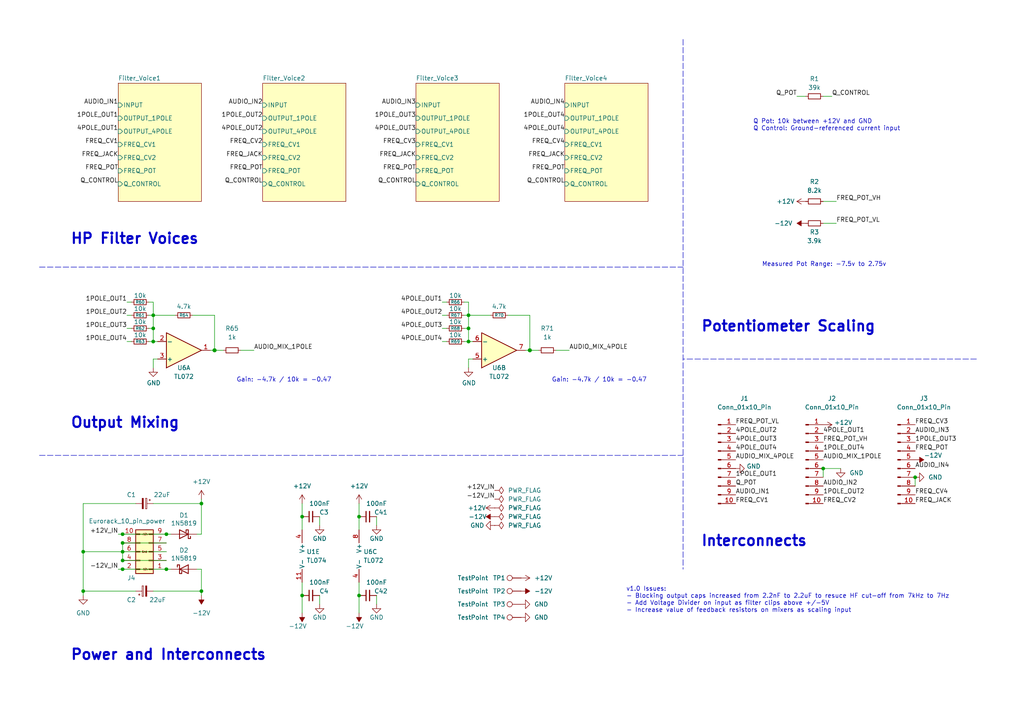
<source format=kicad_sch>
(kicad_sch (version 20230121) (generator eeschema)
  (paper "A4")
  (title_block (title "Hypersoniq") (date "2023-08-12") (rev "1.0") (company "Mountjoy Modular"))
  (lib_symbols
    (symbol "Amplifier_Operational:TL072" (pin_names (offset 0.127))
      (property "Reference" "U" (at 0 5.08 0))
      (property "Value" "TL072" (at 0 -5.08 0))
      (symbol "TL072_1_1"
        (polyline (pts (xy -5.08 5.08) (xy 5.08 0) (xy -5.08 -5.08) (xy -5.08 5.08)) (stroke (width 0.254)) (fill (type background)))
        (pin output line (at 7.62 0 180) (length 2.54) (name "~") (number "1"))
        (pin input line (at -7.62 -2.54 0) (length 2.54) (name "-") (number "2"))
        (pin input line (at -7.62 2.54 0) (length 2.54) (name "+") (number "3"))
      )
      (symbol "TL072_2_1"
        (polyline (pts (xy -5.08 5.08) (xy 5.08 0) (xy -5.08 -5.08) (xy -5.08 5.08)) (stroke (width 0.254)) (fill (type background)))
        (pin input line (at -7.62 2.54 0) (length 2.54) (name "+") (number "5"))
        (pin input line (at -7.62 -2.54 0) (length 2.54) (name "-") (number "6"))
        (pin output line (at 7.62 0 180) (length 2.54) (name "~") (number "7"))
      )
      (symbol "TL072_3_1"
        (pin power_in line (at -2.54 -7.62 90) (length 3.81) (name "V-") (number "4"))
        (pin power_in line (at -2.54 7.62 270) (length 3.81) (name "V+") (number "8"))
      )
    )
    (symbol "Amplifier_Operational:TL074" (pin_names (offset 0.127))
      (property "Reference" "U" (at 0 5.08 0))
      (property "Value" "TL074" (at 0 -5.08 0))
      (symbol "TL074_1_1"
        (polyline (pts (xy -5.08 5.08) (xy 5.08 0) (xy -5.08 -5.08) (xy -5.08 5.08)) (stroke (width 0.254)) (fill (type background)))
        (pin output line (at 7.62 0 180) (length 2.54) (name "~") (number "1"))
        (pin input line (at -7.62 -2.54 0) (length 2.54) (name "-") (number "2"))
        (pin input line (at -7.62 2.54 0) (length 2.54) (name "+") (number "3"))
      )
      (symbol "TL074_2_1"
        (polyline (pts (xy -5.08 5.08) (xy 5.08 0) (xy -5.08 -5.08) (xy -5.08 5.08)) (stroke (width 0.254)) (fill (type background)))
        (pin input line (at -7.62 2.54 0) (length 2.54) (name "+") (number "5"))
        (pin input line (at -7.62 -2.54 0) (length 2.54) (name "-") (number "6"))
        (pin output line (at 7.62 0 180) (length 2.54) (name "~") (number "7"))
      )
      (symbol "TL074_3_1"
        (polyline (pts (xy -5.08 5.08) (xy 5.08 0) (xy -5.08 -5.08) (xy -5.08 5.08)) (stroke (width 0.254)) (fill (type background)))
        (pin input line (at -7.62 2.54 0) (length 2.54) (name "+") (number "10"))
        (pin output line (at 7.62 0 180) (length 2.54) (name "~") (number "8"))
        (pin input line (at -7.62 -2.54 0) (length 2.54) (name "-") (number "9"))
      )
      (symbol "TL074_4_1"
        (polyline (pts (xy -5.08 5.08) (xy 5.08 0) (xy -5.08 -5.08) (xy -5.08 5.08)) (stroke (width 0.254)) (fill (type background)))
        (pin input line (at -7.62 2.54 0) (length 2.54) (name "+") (number "12"))
        (pin input line (at -7.62 -2.54 0) (length 2.54) (name "-") (number "13"))
        (pin output line (at 7.62 0 180) (length 2.54) (name "~") (number "14"))
      )
      (symbol "TL074_5_1"
        (pin power_in line (at -2.54 -7.62 90) (length 3.81) (name "V-") (number "11"))
        (pin power_in line (at -2.54 7.62 270) (length 3.81) (name "V+") (number "4"))
      )
    )
    (symbol "Connector:Conn_01x10_Pin" (pin_names (offset 1.016) hide)
      (property "Reference" "J" (at 0 12.7 0))
      (property "Value" "Conn_01x10_Pin" (at 0 -15.24 0))
      (symbol "Conn_01x10_Pin_1_1"
        (polyline (pts (xy 1.27 -12.7) (xy 0.8636 -12.7)) (stroke (width 0.1524)))
        (polyline (pts (xy 1.27 -10.16) (xy 0.8636 -10.16)) (stroke (width 0.1524)))
        (polyline (pts (xy 1.27 -7.62) (xy 0.8636 -7.62)) (stroke (width 0.1524)))
        (polyline (pts (xy 1.27 -5.08) (xy 0.8636 -5.08)) (stroke (width 0.1524)))
        (polyline (pts (xy 1.27 -2.54) (xy 0.8636 -2.54)) (stroke (width 0.1524)))
        (polyline (pts (xy 1.27 0) (xy 0.8636 0)) (stroke (width 0.1524)))
        (polyline (pts (xy 1.27 2.54) (xy 0.8636 2.54)) (stroke (width 0.1524)))
        (polyline (pts (xy 1.27 5.08) (xy 0.8636 5.08)) (stroke (width 0.1524)))
        (polyline (pts (xy 1.27 7.62) (xy 0.8636 7.62)) (stroke (width 0.1524)))
        (polyline (pts (xy 1.27 10.16) (xy 0.8636 10.16)) (stroke (width 0.1524)))
        (rectangle (start 0.8636 -12.573) (end 0 -12.827) (stroke (width 0.1524)) (fill (type outline)))
        (rectangle (start 0.8636 -10.033) (end 0 -10.287) (stroke (width 0.1524)) (fill (type outline)))
        (rectangle (start 0.8636 -7.493) (end 0 -7.747) (stroke (width 0.1524)) (fill (type outline)))
        (rectangle (start 0.8636 -4.953) (end 0 -5.207) (stroke (width 0.1524)) (fill (type outline)))
        (rectangle (start 0.8636 -2.413) (end 0 -2.667) (stroke (width 0.1524)) (fill (type outline)))
        (rectangle (start 0.8636 0.127) (end 0 -0.127) (stroke (width 0.1524)) (fill (type outline)))
        (rectangle (start 0.8636 2.667) (end 0 2.413) (stroke (width 0.1524)) (fill (type outline)))
        (rectangle (start 0.8636 5.207) (end 0 4.953) (stroke (width 0.1524)) (fill (type outline)))
        (rectangle (start 0.8636 7.747) (end 0 7.493) (stroke (width 0.1524)) (fill (type outline)))
        (rectangle (start 0.8636 10.287) (end 0 10.033) (stroke (width 0.1524)) (fill (type outline)))
        (pin passive line (at 5.08 10.16 180) (length 3.81) (name "Pin_1") (number "1"))
        (pin passive line (at 5.08 -12.7 180) (length 3.81) (name "Pin_10") (number "10"))
        (pin passive line (at 5.08 7.62 180) (length 3.81) (name "Pin_2") (number "2"))
        (pin passive line (at 5.08 5.08 180) (length 3.81) (name "Pin_3") (number "3"))
        (pin passive line (at 5.08 2.54 180) (length 3.81) (name "Pin_4") (number "4"))
        (pin passive line (at 5.08 0 180) (length 3.81) (name "Pin_5") (number "5"))
        (pin passive line (at 5.08 -2.54 180) (length 3.81) (name "Pin_6") (number "6"))
        (pin passive line (at 5.08 -5.08 180) (length 3.81) (name "Pin_7") (number "7"))
        (pin passive line (at 5.08 -7.62 180) (length 3.81) (name "Pin_8") (number "8"))
        (pin passive line (at 5.08 -10.16 180) (length 3.81) (name "Pin_9") (number "9"))
      )
    )
    (symbol "Connector:TestPoint" (pin_numbers hide) (pin_names (offset 0.762) hide)
      (property "Reference" "TP" (at 0 6.858 0))
      (property "Value" "TestPoint" (at 0 5.08 0))
      (symbol "TestPoint_0_1"
        (circle (center 0 3.302) (radius 0.762))
      )
      (symbol "TestPoint_1_1"
        (pin passive line (at 0 0 90) (length 2.54) (name "1") (number "1"))
      )
    )
    (symbol "Device:C_Polarized_Small" (pin_numbers hide) (pin_names (offset 0.254) hide)
      (property "Reference" "C" (at 0.254 1.778 0))
      (property "Value" "C_Polarized_Small" (at 0.254 -2.032 0))
      (symbol "C_Polarized_Small_0_1"
        (rectangle (start -1.524 -0.3048) (end 1.524 -0.6858) (fill (type outline)))
        (rectangle (start -1.524 0.6858) (end 1.524 0.3048))
        (polyline (pts (xy -1.27 1.524) (xy -0.762 1.524)))
        (polyline (pts (xy -1.016 1.27) (xy -1.016 1.778)))
      )
      (symbol "C_Polarized_Small_1_1"
        (pin passive line (at 0 2.54 270) (length 1.8542) (name "~") (number "1"))
        (pin passive line (at 0 -2.54 90) (length 1.8542) (name "~") (number "2"))
      )
    )
    (symbol "Device:C_Small" (pin_numbers hide) (pin_names (offset 0.254) hide)
      (property "Reference" "C" (at 0.254 1.778 0))
      (property "Value" "C_Small" (at 0.254 -2.032 0))
      (symbol "C_Small_0_1"
        (polyline (pts (xy -1.524 -0.508) (xy 1.524 -0.508)) (stroke (width 0.3302)))
        (polyline (pts (xy -1.524 0.508) (xy 1.524 0.508)) (stroke (width 0.3048)))
      )
      (symbol "C_Small_1_1"
        (pin passive line (at 0 2.54 270) (length 2.032) (name "~") (number "1"))
        (pin passive line (at 0 -2.54 90) (length 2.032) (name "~") (number "2"))
      )
    )
    (symbol "Device:R_Small" (pin_numbers hide) (pin_names (offset 0.254) hide)
      (property "Reference" "R" (at 0.762 0.508 0))
      (property "Value" "R_Small" (at 0.762 -1.016 0))
      (symbol "R_Small_0_1"
        (rectangle (start -0.762 1.778) (end 0.762 -1.778) (stroke (width 0.2032)))
      )
      (symbol "R_Small_1_1"
        (pin passive line (at 0 2.54 270) (length 0.762) (name "~") (number "1"))
        (pin passive line (at 0 -2.54 90) (length 0.762) (name "~") (number "2"))
      )
    )
    (symbol "Diode:1N5819" (pin_numbers hide) (pin_names (offset 1.016) hide)
      (property "Reference" "D" (at 0 2.54 0))
      (property "Value" "1N5819" (at 0 -2.54 0))
      (symbol "1N5819_0_1"
        (polyline (pts (xy 1.27 0) (xy -1.27 0)))
        (polyline (pts (xy 1.27 1.27) (xy 1.27 -1.27) (xy -1.27 0) (xy 1.27 1.27)) (stroke (width 0.254)))
        (polyline (pts (xy -1.905 0.635) (xy -1.905 1.27) (xy -1.27 1.27) (xy -1.27 -1.27) (xy -0.635 -1.27) (xy -0.635 -0.635)) (stroke (width 0.254)))
      )
      (symbol "1N5819_1_1"
        (pin passive line (at -3.81 0 0) (length 2.54) (name "K") (number "1"))
        (pin passive line (at 3.81 0 180) (length 2.54) (name "A") (number "2"))
      )
    )
    (symbol "Eurorack_Header:Eurorack_10_pin_power" (pin_names (offset 1.016) hide)
      (property "Reference" "J" (at 1.27 7.62 0))
      (property "Value" "Eurorack_10_pin_power" (at 1.27 -7.62 0))
      (symbol "Eurorack_10_pin_power_1_0"
        (text "+12v" (at 1.27 -5.08 0) (effects (font (size 0.508 0.508))))
        (text "-12v" (at 1.27 5.08 0) (effects (font (size 0.508 0.508))))
        (text "Gnd" (at 1.27 0 0) (effects (font (size 0.508 0.508))))
      )
      (symbol "Eurorack_10_pin_power_1_1"
        (rectangle (start -1.27 -4.953) (end 0 -5.207) (stroke (width 0.1524)))
        (rectangle (start -1.27 -2.413) (end 0 -2.667) (stroke (width 0.1524)))
        (rectangle (start -1.27 0.127) (end 0 -0.127) (stroke (width 0.1524)))
        (rectangle (start -1.27 2.667) (end 0 2.413) (stroke (width 0.1524)))
        (rectangle (start -1.27 5.207) (end 0 4.953) (stroke (width 0.1524)))
        (rectangle (start -1.27 6.35) (end 3.81 -6.35) (stroke (width 0.254)) (fill (type background)))
        (rectangle (start 3.81 -4.953) (end 2.54 -5.207) (stroke (width 0.1524)))
        (rectangle (start 3.81 -2.413) (end 2.54 -2.667) (stroke (width 0.1524)))
        (rectangle (start 3.81 0.127) (end 2.54 -0.127) (stroke (width 0.1524)))
        (rectangle (start 3.81 2.667) (end 2.54 2.413) (stroke (width 0.1524)))
        (rectangle (start 3.81 5.207) (end 2.54 4.953) (stroke (width 0.1524)))
        (pin power_in line (at -5.08 5.08 0) (length 3.81) (name "Pin_1") (number "1"))
        (pin passive line (at 7.62 -5.08 180) (length 3.81) (name "Pin_10") (number "10"))
        (pin passive line (at 7.62 5.08 180) (length 3.81) (name "Pin_2") (number "2"))
        (pin passive line (at -5.08 2.54 0) (length 3.81) (name "Pin_3") (number "3"))
        (pin passive line (at 7.62 2.54 180) (length 3.81) (name "Pin_4") (number "4"))
        (pin power_in line (at -5.08 0 0) (length 3.81) (name "Pin_5") (number "5"))
        (pin passive line (at 7.62 0 180) (length 3.81) (name "Pin_6") (number "6"))
        (pin passive line (at -5.08 -2.54 0) (length 3.81) (name "Pin_7") (number "7"))
        (pin passive line (at 7.62 -2.54 180) (length 3.81) (name "Pin_8") (number "8"))
        (pin power_in line (at -5.08 -5.08 0) (length 3.81) (name "Pin_9") (number "9"))
      )
    )
    (symbol "power:+12V" (power) (pin_names (offset 0))
      (property "Value" "+12V" (at 0 3.556 0))
      (symbol "+12V_0_1"
        (polyline (pts (xy -0.762 1.27) (xy 0 2.54)))
        (polyline (pts (xy 0 0) (xy 0 2.54)))
        (polyline (pts (xy 0 2.54) (xy 0.762 1.27)))
      )
      (symbol "+12V_1_1"
        (pin power_in line (at 0 0 90) (length 0) hide (name "+12V") (number "1"))
      )
    )
    (symbol "power:-12V" (power) (pin_names (offset 0))
      (property "Value" "-12V" (at 0 3.81 0))
      (symbol "-12V_0_0"
        (pin power_in line (at 0 0 90) (length 0) hide (name "-12V") (number "1"))
      )
      (symbol "-12V_0_1"
        (polyline (pts (xy 0 0) (xy 0 1.27) (xy 0.762 1.27) (xy 0 2.54) (xy -0.762 1.27) (xy 0 1.27)) (fill (type outline)))
      )
    )
    (symbol "power:GND" (power) (pin_names (offset 0))
      (property "Value" "GND" (at 0 -3.81 0))
      (symbol "GND_0_1"
        (polyline (pts (xy 0 0) (xy 0 -1.27) (xy 1.27 -1.27) (xy 0 -2.54) (xy -1.27 -1.27) (xy 0 -1.27)))
      )
      (symbol "GND_1_1"
        (pin power_in line (at 0 0 270) (length 0) hide (name "GND") (number "1"))
      )
    )
    (symbol "power:PWR_FLAG" (power) (pin_numbers hide) (pin_names (offset 0) hide)
      (property "Value" "PWR_FLAG" (at 0 3.81 0))
      (symbol "PWR_FLAG_0_0"
        (pin power_out line (at 0 0 90) (length 0) (name "pwr") (number "1"))
      )
      (symbol "PWR_FLAG_0_1"
        (polyline (pts (xy 0 0) (xy 0 1.27) (xy -1.016 1.905) (xy 0 2.54) (xy 1.016 1.905) (xy 0 1.27)))
      )
    )
  )
  (junction (at 35.56 165.1))
  (junction (at 35.56 162.56))
  (junction (at 135.89 99.06))
  (junction (at 58.42 146.05))
  (junction (at 35.56 160.02))
  (junction (at 104.14 172.72))
  (junction (at 48.26 154.94))
  (junction (at 104.14 149.86))
  (junction (at 58.42 171.45))
  (junction (at 135.89 95.25))
  (junction (at 44.45 95.25))
  (junction (at 238.76 135.89))
  (junction (at 35.56 154.94))
  (junction (at 265.43 138.43))
  (junction (at 62.23 101.6) (diameter 1.016))
  (junction (at 44.45 91.44))
  (junction (at 87.63 149.86))
  (junction (at 48.26 165.1))
  (junction (at 135.89 91.44))
  (junction (at 153.67 101.6) (diameter 1.016))
  (junction (at 87.63 172.72))
  (junction (at 24.13 160.02))
  (junction (at 24.13 171.45))
  (junction (at 44.45 99.06))
  (junction (at 35.56 157.48))
  (wire (pts (xy 137.16 104.14) (xy 135.89 104.14)))
  (wire (pts (xy 44.45 104.14) (xy 44.45 106.68)))
  (wire (pts (xy 48.26 162.56) (xy 35.56 162.56)))
  (wire (pts (xy 58.42 171.45) (xy 58.42 172.72)))
  (wire (pts (xy 265.43 138.43) (xy 265.43 140.97)))
  (wire (pts (xy 44.45 171.45) (xy 58.42 171.45)))
  (wire (pts (xy 135.89 99.06) (xy 137.16 99.06)))
  (wire (pts (xy 57.15 154.94) (xy 58.42 154.94)))
  (wire (pts (xy 24.13 146.05) (xy 39.37 146.05)))
  (wire (pts (xy 87.63 149.86) (xy 87.63 153.67)))
  (wire (pts (xy 43.18 99.06) (xy 44.45 99.06)))
  (wire (pts (xy 134.62 91.44) (xy 135.89 91.44)))
  (wire (pts (xy 109.22 152.4) (xy 109.22 149.86)))
  (wire (pts (xy 62.23 91.44) (xy 62.23 101.6)))
  (wire (pts (xy 128.27 99.06) (xy 129.54 99.06)))
  (wire (pts (xy 243.84 135.89) (xy 238.76 135.89)))
  (wire (pts (xy 24.13 171.45) (xy 39.37 171.45)))
  (wire (pts (xy 104.14 177.8) (xy 104.14 172.72)))
  (wire (pts (xy 43.18 95.25) (xy 44.45 95.25)))
  (wire (pts (xy 36.83 87.63) (xy 38.1 87.63)))
  (wire (pts (xy 134.62 99.06) (xy 135.89 99.06)))
  (wire (pts (xy 161.29 101.6) (xy 165.1 101.6)))
  (polyline (pts (xy 198.12 11.43) (xy 198.12 165.1)) (stroke (width 0) (type dash)))
  (wire (pts (xy 135.89 95.25) (xy 135.89 91.44)))
  (wire (pts (xy 44.45 91.44) (xy 50.8 91.44)))
  (wire (pts (xy 57.15 165.1) (xy 58.42 165.1)))
  (wire (pts (xy 238.76 27.94) (xy 241.3 27.94)))
  (wire (pts (xy 233.68 27.94) (xy 231.14 27.94)))
  (wire (pts (xy 45.72 104.14) (xy 44.45 104.14)))
  (wire (pts (xy 36.83 99.06) (xy 38.1 99.06)))
  (wire (pts (xy 62.23 101.6) (xy 64.77 101.6)))
  (wire (pts (xy 43.18 87.63) (xy 44.45 87.63)))
  (wire (pts (xy 109.22 175.26) (xy 109.22 172.72)))
  (wire (pts (xy 34.29 154.94) (xy 35.56 154.94)))
  (wire (pts (xy 44.45 146.05) (xy 58.42 146.05)))
  (wire (pts (xy 48.26 165.1) (xy 49.53 165.1)))
  (polyline (pts (xy 299.72 12.7) (xy 300.99 12.7)))
  (wire (pts (xy 104.14 149.86) (xy 104.14 153.67)))
  (wire (pts (xy 134.62 87.63) (xy 135.89 87.63)))
  (wire (pts (xy 135.89 104.14) (xy 135.89 106.68)))
  (wire (pts (xy 36.83 95.25) (xy 38.1 95.25)))
  (wire (pts (xy 104.14 172.72) (xy 104.14 168.91)))
  (wire (pts (xy 153.67 91.44) (xy 153.67 101.6)))
  (polyline (pts (xy 11.43 77.47) (xy 198.12 77.47)) (stroke (width 0) (type dash)))
  (wire (pts (xy 128.27 87.63) (xy 129.54 87.63)))
  (wire (pts (xy 135.89 87.63) (xy 135.89 91.44)))
  (wire (pts (xy 153.67 91.44) (xy 147.32 91.44)))
  (wire (pts (xy 44.45 87.63) (xy 44.45 91.44)))
  (wire (pts (xy 134.62 95.25) (xy 135.89 95.25)))
  (wire (pts (xy 44.45 95.25) (xy 44.45 99.06)))
  (polyline (pts (xy 11.43 132.08) (xy 198.12 132.08)) (stroke (width 0) (type dash)))
  (wire (pts (xy 35.56 154.94) (xy 48.26 154.94)))
  (wire (pts (xy 87.63 146.05) (xy 87.63 149.86)))
  (wire (pts (xy 238.76 135.89) (xy 238.76 138.43)))
  (wire (pts (xy 44.45 99.06) (xy 45.72 99.06)))
  (wire (pts (xy 87.63 177.8) (xy 87.63 172.72)))
  (wire (pts (xy 238.76 58.42) (xy 242.57 58.42)))
  (wire (pts (xy 43.18 91.44) (xy 44.45 91.44)))
  (wire (pts (xy 24.13 160.02) (xy 35.56 160.02)))
  (wire (pts (xy 24.13 160.02) (xy 24.13 171.45)))
  (wire (pts (xy 24.13 172.72) (xy 24.13 171.45)))
  (wire (pts (xy 87.63 172.72) (xy 87.63 168.91)))
  (wire (pts (xy 92.71 175.26) (xy 92.71 172.72)))
  (wire (pts (xy 153.67 101.6) (xy 156.21 101.6)))
  (wire (pts (xy 48.26 157.48) (xy 35.56 157.48)))
  (wire (pts (xy 34.29 165.1) (xy 35.56 165.1)))
  (wire (pts (xy 128.27 95.25) (xy 129.54 95.25)))
  (wire (pts (xy 35.56 157.48) (xy 35.56 160.02)))
  (wire (pts (xy 104.14 146.05) (xy 104.14 149.86)))
  (wire (pts (xy 58.42 165.1) (xy 58.42 171.45)))
  (wire (pts (xy 58.42 154.94) (xy 58.42 146.05)))
  (wire (pts (xy 69.85 101.6) (xy 73.66 101.6)))
  (wire (pts (xy 60.96 101.6) (xy 62.23 101.6)))
  (wire (pts (xy 24.13 146.05) (xy 24.13 160.02)))
  (wire (pts (xy 242.57 64.77) (xy 238.76 64.77)))
  (wire (pts (xy 58.42 144.78) (xy 58.42 146.05)))
  (polyline (pts (xy 283.21 104.14) (xy 198.12 104.14)) (stroke (width 0) (type dash)))
  (wire (pts (xy 152.4 101.6) (xy 153.67 101.6)))
  (wire (pts (xy 35.56 165.1) (xy 48.26 165.1)))
  (wire (pts (xy 35.56 160.02) (xy 48.26 160.02)))
  (wire (pts (xy 92.71 152.4) (xy 92.71 149.86)))
  (wire (pts (xy 36.83 91.44) (xy 38.1 91.44)))
  (wire (pts (xy 128.27 91.44) (xy 129.54 91.44)))
  (wire (pts (xy 35.56 160.02) (xy 35.56 162.56)))
  (wire (pts (xy 62.23 91.44) (xy 55.88 91.44)))
  (wire (pts (xy 48.26 154.94) (xy 49.53 154.94)))
  (wire (pts (xy 135.89 95.25) (xy 135.89 99.06)))
  (wire (pts (xy 135.89 91.44) (xy 142.24 91.44)))
  (wire (pts (xy 44.45 95.25) (xy 44.45 91.44)))
  (text "HP Filter Voices" (at 20.32 71.12 0) (effects (font (size 3 3) (thickness 0.6) bold) (justify left bottom)))
  (text "Measured Pot Range: -7.5v to 2.75v" (at 220.98 77.47 0) (effects (font (size 1.27 1.27)) (justify left bottom)))
  (text "Interconnects" (at 203.2 158.75 0) (effects (font (size 3 3) (thickness 0.6) bold) (justify left bottom)))
  (text "Gain: -4.7k / 10k = -0.47\n " (at 160.02 113.03 0) (effects (font (size 1.27 1.27)) (justify left bottom)))
  (text "Gain: -4.7k / 10k = -0.47\n " (at 68.58 113.03 0) (effects (font (size 1.27 1.27)) (justify left bottom)))
  (text "v1.0 Issues:\n- Blocking output caps increased from 2.2nF to 2.2uF to resuce HF cut-off from 7kHz to 7Hz\n- Add Voltage Divider on input as filter clips above +/-5V\n- Increase value of feedback resistors on mixers as scaling input" (at 181.61 177.8 0) (effects (font (size 1.27 1.27)) (justify left bottom)))
  (text "Output Mixing" (at 20.32 124.46 0) (effects (font (size 3 3) (thickness 0.6) bold) (justify left bottom)))
  (text "Power and Interconnects" (at 20.32 191.77 0) (effects (font (size 3 3) (thickness 0.6) bold) (justify left bottom)))
  (text "Q Pot: 10k between +12V and GND\nQ Control: Ground-referenced current input\n" (at 218.44 38.1 0) (effects (font (size 1.27 1.27)) (justify left bottom)))
  (text "Potentiometer Scaling" (at 203.2 96.52 0) (effects (font (size 3 3) (thickness 0.6) bold) (justify left bottom)))
  (label "AUDIO_IN1" (at 213.36 143.51 0))
  (label "FREQ_CV4" (at 163.83 41.91 180))
  (label "1POLE_OUT2" (at 36.83 91.44 180))
  (label "FREQ_CV2" (at 238.76 146.05 0))
  (label "FREQ_POT" (at 120.65 49.53 180))
  (label "FREQ_POT" (at 76.2 49.53 180))
  (label "1POLE_OUT3" (at 265.43 128.27 0))
  (label "AUDIO_IN1" (at 34.29 30.48 180))
  (label "FREQ_JACK" (at 34.29 45.72 180))
  (label "FREQ_JACK" (at 163.83 45.72 180))
  (label "FREQ_POT_VH" (at 238.76 128.27 0))
  (label "AUDIO_MIX_1POLE" (at 238.76 133.35 0))
  (label "FREQ_CV2" (at 76.2 41.91 180))
  (label "4POLE_OUT1" (at 128.27 87.63 180))
  (label "FREQ_POT_VL" (at 213.36 123.19 0))
  (label "4POLE_OUT4" (at 128.27 99.06 180))
  (label "FREQ_JACK" (at 265.43 146.05 0))
  (label "1POLE_OUT4" (at 163.83 34.29 180))
  (label "4POLE_OUT4" (at 163.83 38.1 180))
  (label "1POLE_OUT2" (at 238.76 143.51 0))
  (label "FREQ_POT" (at 265.43 130.81 0))
  (label "1POLE_OUT4" (at 238.76 130.81 0))
  (label "1POLE_OUT4" (at 36.83 99.06 180))
  (label "1POLE_OUT1" (at 36.83 87.63 180))
  (label "+12V_IN" (at 34.29 154.94 180))
  (label "4POLE_OUT3" (at 128.27 95.25 180))
  (label "FREQ_CV4" (at 265.43 143.51 0))
  (label "Q_CONTROL" (at 120.65 53.34 180))
  (label "FREQ_CV3" (at 265.43 123.19 0))
  (label "AUDIO_IN2" (at 238.76 140.97 0))
  (label "FREQ_POT" (at 163.83 49.53 180))
  (label "Q_CONTROL" (at 34.29 53.34 180))
  (label "Q_CONTROL" (at 76.2 53.34 180))
  (label "4POLE_OUT4" (at 213.36 130.81 0))
  (label "-12V_IN" (at 143.51 144.78 180))
  (label "1POLE_OUT1" (at 213.36 138.43 0))
  (label "4POLE_OUT2" (at 213.36 125.73 0))
  (label "FREQ_JACK" (at 76.2 45.72 180))
  (label "+12V_IN" (at 143.51 142.24 180))
  (label "FREQ_CV3" (at 120.65 41.91 180))
  (label "AUDIO_IN3" (at 120.65 30.48 180))
  (label "FREQ_POT" (at 34.29 49.53 180))
  (label "Q_CONTROL" (at 163.83 53.34 180))
  (label "AUDIO_IN3" (at 265.43 125.73 0))
  (label "1POLE_OUT3" (at 120.65 34.29 180))
  (label "AUDIO_IN2" (at 76.2 30.48 180))
  (label "Q_POT" (at 213.36 140.97 0))
  (label "FREQ_JACK" (at 120.65 45.72 180))
  (label "4POLE_OUT3" (at 213.36 128.27 0))
  (label "4POLE_OUT2" (at 128.27 91.44 180))
  (label "FREQ_CV1" (at 213.36 146.05 0))
  (label "-12V_IN" (at 34.29 165.1 180))
  (label "1POLE_OUT3" (at 36.83 95.25 180))
  (label "AUDIO_MIX_1POLE" (at 73.66 101.6 0))
  (label "4POLE_OUT1" (at 238.76 125.73 0))
  (label "4POLE_OUT3" (at 120.65 38.1 180))
  (label "FREQ_POT_VL" (at 242.57 64.77 0))
  (label "AUDIO_MIX_4POLE" (at 165.1 101.6 0))
  (label "FREQ_CV1" (at 34.29 41.91 180))
  (label "AUDIO_IN4" (at 265.43 135.89 0))
  (label "4POLE_OUT2" (at 76.2 38.1 180))
  (label "1POLE_OUT2" (at 76.2 34.29 180))
  (label "AUDIO_MIX_4POLE" (at 213.36 133.35 0))
  (label "FREQ_POT_VH" (at 242.57 58.42 0))
  (label "Q_CONTROL" (at 241.3 27.94 0))
  (label "Q_POT" (at 231.14 27.94 180))
  (label "4POLE_OUT1" (at 34.29 38.1 180))
  (label "1POLE_OUT1" (at 34.29 34.29 180))
  (label "AUDIO_IN4" (at 163.83 30.48 180))
  (symbol (lib_id "Device:R_Small") (at 40.64 99.06 270) (unit 1)
    (property "Reference" "R63" (at 40.64 99.06 90) (effects (font (size 0.889 0.889))))
    (property "Value" "10k" (at 40.64 97.155 90))
    (property "Footprint" "Resistor_SMD:R_0603_1608Metric_Pad0.98x0.95mm_HandSolder" (effects hide))
  )
  (symbol (lib_id "power:GND") (at 109.22 175.26 0) (unit 1)
    (property "Reference" "#PWR057" (effects hide))
    (property "Value" "GND" (at 109.22 179.07 0))
  )
  (symbol (lib_id "power:GND") (at 135.89 106.68 0) (unit 1)
    (property "Reference" "#PWR058" (effects hide))
    (property "Value" "GND" (at 136.017 111.0742 0))
  )
  (symbol (lib_id "power:-12V") (at 58.42 172.72 180) (unit 1)
    (property "Reference" "#PWR04" (effects hide))
    (property "Value" "-12V" (at 58.42 177.8 0))
  )
  (symbol (lib_id "Amplifier_Operational:TL072") (at 144.78 101.6 0) (mirror x) (unit 2)
    (property "Reference" "U6" (at 144.78 106.68 0))
    (property "Value" "TL072" (at 144.78 109.22 0))
    (property "Footprint" "Package_SO:SO-8_3.9x4.9mm_P1.27mm" (effects hide))
    (property "Datasheet" "http://www.ti.com/lit/ds/symlink/tl071.pdf" (effects hide))
  )
  (symbol (lib_id "Diode:1N5819") (at 53.34 165.1 0) (unit 1)
    (property "Reference" "D2" (at 53.34 159.6136 0))
    (property "Value" "1N5819" (at 53.34 161.925 0))
    (property "Footprint" "Diode_SMD:D_SOD-123" (effects hide))
  )
  (symbol (lib_id "power:-12V") (at 265.43 133.35 270) (unit 1)
    (property "Reference" "#PWR09" (effects hide))
    (property "Value" "-12V" (at 267.97 132.08 90) (effects (justify left)))
  )
  (symbol (lib_id "Device:R_Small") (at 40.64 95.25 270) (unit 1)
    (property "Reference" "R62" (at 40.64 95.25 90) (effects (font (size 0.889 0.889))))
    (property "Value" "10k" (at 40.64 93.345 90))
    (property "Footprint" "Resistor_SMD:R_0603_1608Metric_Pad0.98x0.95mm_HandSolder" (effects hide))
  )
  (symbol (lib_id "Diode:1N5819") (at 53.34 154.94 180) (unit 1)
    (property "Reference" "D1" (at 53.34 149.4536 0))
    (property "Value" "1N5819" (at 53.34 151.765 0))
    (property "Footprint" "Diode_SMD:D_SOD-123" (effects hide))
  )
  (symbol (lib_id "Eurorack_Header:Eurorack_10_pin_power") (at 43.18 160.02 180) (unit 1)
    (property "Reference" "J4" (at 38.1 167.64 0))
    (property "Value" "Eurorack_10_pin_power" (at 36.83 151.13 0))
    (property "Footprint" "Custom_Footprints:Eurorack_10_pin_header" (effects hide))
  )
  (symbol (lib_id "Device:C_Polarized_Small") (at 41.91 171.45 90) (unit 1)
    (property "Reference" "C2" (at 38.1 173.99 90))
    (property "Value" "22uF" (at 45.72 173.99 90))
    (property "Footprint" "Capacitor_SMD:C_1206_3216Metric_Pad1.33x1.80mm_HandSolder" (effects hide))
  )
  (symbol (lib_id "Device:R_Small") (at 236.22 27.94 90) (unit 1)
    (property "Reference" "R1" (at 236.22 22.86 90))
    (property "Value" "39k" (at 236.22 25.4 90))
    (property "Footprint" "Resistor_SMD:R_0603_1608Metric_Pad0.98x0.95mm_HandSolder" (effects hide))
  )
  (symbol (lib_id "Device:R_Small") (at 40.64 91.44 270) (unit 1)
    (property "Reference" "R61" (at 40.64 91.44 90) (effects (font (size 0.889 0.889))))
    (property "Value" "10k" (at 40.64 89.535 90))
    (property "Footprint" "Resistor_SMD:R_0603_1608Metric_Pad0.98x0.95mm_HandSolder" (effects hide))
  )
  (symbol (lib_id "power:GND") (at 143.51 152.4 270) (unit 1)
    (property "Reference" "#PWR015" (effects hide))
    (property "Value" "GND" (at 138.43 152.4 90))
  )
  (symbol (lib_id "power:PWR_FLAG") (at 143.51 144.78 270) (unit 1)
    (property "Reference" "#FLG05" (effects hide))
    (property "Value" "PWR_FLAG" (at 147.32 144.7799 90) (effects (justify left)))
  )
  (symbol (lib_id "power:GND") (at 109.22 152.4 0) (unit 1)
    (property "Reference" "#PWR056" (effects hide))
    (property "Value" "GND" (at 109.22 156.21 0))
  )
  (symbol (lib_id "power:GND") (at 24.13 172.72 0) (unit 1)
    (property "Reference" "#PWR01" (effects hide))
    (property "Value" "GND" (at 24.13 177.8 0))
  )
  (symbol (lib_id "power:+12V") (at 87.63 146.05 0) (unit 1)
    (property "Reference" "#PWR07" (effects hide))
    (property "Value" "+12V" (at 87.63 140.97 0))
  )
  (symbol (lib_id "power:GND") (at 44.45 106.68 0) (unit 1)
    (property "Reference" "#PWR053" (effects hide))
    (property "Value" "GND" (at 44.577 111.0742 0))
  )
  (symbol (lib_id "Connector:Conn_01x10_Pin") (at 233.68 133.35 0) (unit 1)
    (property "Reference" "J2" (at 241.3 115.57 0))
    (property "Value" "Conn_01x10_Pin" (at 241.3 118.11 0))
    (property "Footprint" "Connector_PinHeader_2.54mm:PinHeader_1x10_P2.54mm_Vertical" (effects hide))
  )
  (symbol (lib_id "Device:C_Small") (at 90.17 149.86 90) (unit 1)
    (property "Reference" "C3" (at 93.98 148.59 90))
    (property "Value" "100nF" (at 92.71 146.05 90))
    (property "Footprint" "Capacitor_SMD:C_0603_1608Metric_Pad1.08x0.95mm_HandSolder" (effects hide))
  )
  (symbol (lib_id "power:GND") (at 151.13 175.26 90) (unit 1)
    (property "Reference" "#PWR018" (effects hide))
    (property "Value" "GND" (at 154.94 175.2599 90) (effects (justify right)))
  )
  (symbol (lib_id "Amplifier_Operational:TL072") (at 53.34 101.6 0) (mirror x) (unit 1)
    (property "Reference" "U6" (at 53.34 106.68 0))
    (property "Value" "TL072" (at 53.34 109.22 0))
    (property "Footprint" "Package_SO:SO-8_3.9x4.9mm_P1.27mm" (effects hide))
    (property "Datasheet" "http://www.ti.com/lit/ds/symlink/tl071.pdf" (effects hide))
  )
  (symbol (lib_id "Device:C_Polarized_Small") (at 41.91 146.05 270) (unit 1)
    (property "Reference" "C1" (at 38.1 143.51 90))
    (property "Value" "22uF" (at 46.99 143.51 90))
    (property "Footprint" "Capacitor_SMD:C_1206_3216Metric_Pad1.33x1.80mm_HandSolder" (effects hide))
  )
  (symbol (lib_id "power:-12V") (at 143.51 149.86 90) (unit 1)
    (property "Reference" "#PWR014" (effects hide))
    (property "Value" "-12V" (at 135.89 149.86 90) (effects (justify right)))
  )
  (symbol (lib_id "Device:C_Small") (at 90.17 172.72 90) (unit 1)
    (property "Reference" "C4" (at 93.98 171.45 90))
    (property "Value" "100nF" (at 92.71 168.91 90))
    (property "Footprint" "Capacitor_SMD:C_0603_1608Metric_Pad1.08x0.95mm_HandSolder" (effects hide))
  )
  (symbol (lib_id "Device:R_Small") (at 40.64 87.63 270) (unit 1)
    (property "Reference" "R60" (at 40.64 87.63 90) (effects (font (size 0.889 0.889))))
    (property "Value" "10k" (at 40.64 85.725 90))
    (property "Footprint" "Resistor_SMD:R_0603_1608Metric_Pad0.98x0.95mm_HandSolder" (effects hide))
  )
  (symbol (lib_id "power:GND") (at 92.71 152.4 0) (unit 1)
    (property "Reference" "#PWR011" (effects hide))
    (property "Value" "GND" (at 92.71 156.21 0))
  )
  (symbol (lib_id "power:PWR_FLAG") (at 143.51 147.32 270) (unit 1)
    (property "Reference" "#FLG01" (effects hide))
    (property "Value" "PWR_FLAG" (at 147.32 147.3199 90) (effects (justify left)))
  )
  (symbol (lib_id "Device:C_Small") (at 106.68 149.86 90) (unit 1)
    (property "Reference" "C41" (at 110.49 148.59 90))
    (property "Value" "100nF" (at 109.22 146.05 90))
    (property "Footprint" "Capacitor_SMD:C_0603_1608Metric_Pad1.08x0.95mm_HandSolder" (effects hide))
  )
  (symbol (lib_id "Device:R_Small") (at 144.78 91.44 270) (unit 1)
    (property "Reference" "R70" (at 144.78 91.44 90) (effects (font (size 0.889 0.889))))
    (property "Value" "4.7k" (at 144.78 88.9 90))
    (property "Footprint" "Resistor_SMD:R_0603_1608Metric_Pad0.98x0.95mm_HandSolder" (effects hide))
  )
  (symbol (lib_id "power:GND") (at 265.43 138.43 90) (unit 1)
    (property "Reference" "#PWR010" (effects hide))
    (property "Value" "GND" (at 269.24 138.43 90) (effects (justify right)))
  )
  (symbol (lib_id "Connector:TestPoint") (at 151.13 175.26 90) (unit 1) (in_bom no)
    (property "Reference" "TP3" (at 144.78 175.26 90))
    (property "Value" "TestPoint" (at 137.16 175.26 90))
    (property "Footprint" "Custom_Footprints:1.3mm_Test_Point" (effects hide))
  )
  (symbol (lib_id "Device:R_Small") (at 132.08 95.25 270) (unit 1)
    (property "Reference" "R68" (at 132.08 95.25 90) (effects (font (size 0.889 0.889))))
    (property "Value" "10k" (at 132.08 93.345 90))
    (property "Footprint" "Resistor_SMD:R_0603_1608Metric_Pad0.98x0.95mm_HandSolder" (effects hide))
  )
  (symbol (lib_id "power:+12V") (at 104.14 146.05 0) (unit 1)
    (property "Reference" "#PWR054" (effects hide))
    (property "Value" "+12V" (at 104.14 140.97 0))
  )
  (symbol (lib_id "Device:R_Small") (at 236.22 64.77 270) (unit 1)
    (property "Reference" "R3" (at 236.22 67.31 90))
    (property "Value" "3.9k" (at 236.22 69.85 90))
    (property "Footprint" "Resistor_SMD:R_0603_1608Metric_Pad0.98x0.95mm_HandSolder" (effects hide))
  )
  (symbol (lib_id "power:GND") (at 213.36 135.89 90) (unit 1)
    (property "Reference" "#PWR02" (effects hide))
    (property "Value" "GND" (at 216.535 135.255 90) (effects (justify right)))
  )
  (symbol (lib_id "Amplifier_Operational:TL074") (at 90.17 161.29 0) (unit 5)
    (property "Reference" "U1" (at 88.9 160.02 0) (effects (justify left)))
    (property "Value" "TL074" (at 88.9 162.56 0) (effects (justify left)))
    (property "Footprint" "Package_SO:SOIC-14_3.9x8.7mm_P1.27mm" (effects hide))
    (property "Datasheet" "http://www.ti.com/lit/ds/symlink/tl071.pdf" (effects hide))
  )
  (symbol (lib_id "power:GND") (at 151.13 179.07 90) (unit 1)
    (property "Reference" "#PWR019" (effects hide))
    (property "Value" "GND" (at 154.94 179.0699 90) (effects (justify right)))
  )
  (symbol (lib_id "Device:R_Small") (at 236.22 58.42 90) (unit 1)
    (property "Reference" "R2" (at 236.22 52.705 90))
    (property "Value" "8.2k" (at 236.22 55.245 90))
    (property "Footprint" "Resistor_SMD:R_0603_1608Metric_Pad0.98x0.95mm_HandSolder" (effects hide))
  )
  (symbol (lib_id "power:+12V") (at 151.13 167.64 270) (mirror x) (unit 1)
    (property "Reference" "#PWR016" (effects hide))
    (property "Value" "+12V" (at 154.94 167.6399 90) (effects (justify left)))
  )
  (symbol (lib_id "power:+12V") (at 143.51 147.32 90) (unit 1)
    (property "Reference" "#PWR013" (effects hide))
    (property "Value" "+12V" (at 140.97 147.32 90) (effects (justify left)))
  )
  (symbol (lib_id "Device:R_Small") (at 132.08 87.63 270) (unit 1)
    (property "Reference" "R66" (at 132.08 87.63 90) (effects (font (size 0.889 0.889))))
    (property "Value" "10k" (at 132.08 85.725 90))
    (property "Footprint" "Resistor_SMD:R_0603_1608Metric_Pad0.98x0.95mm_HandSolder" (effects hide))
  )
  (symbol (lib_id "Amplifier_Operational:TL072") (at 101.6 161.29 0) (mirror y) (unit 3)
    (property "Reference" "U6" (at 105.41 160.02 0) (effects (justify right)))
    (property "Value" "TL072" (at 105.41 162.56 0) (effects (justify right)))
    (property "Footprint" "Package_SO:SO-8_3.9x4.9mm_P1.27mm" (effects hide))
    (property "Datasheet" "http://www.ti.com/lit/ds/symlink/tl071.pdf" (effects hide))
  )
  (symbol (lib_id "power:-12V") (at 87.63 177.8 180) (unit 1)
    (property "Reference" "#PWR08" (effects hide))
    (property "Value" "-12V" (at 86.36 181.61 0))
  )
  (symbol (lib_id "Device:R_Small") (at 132.08 91.44 270) (unit 1)
    (property "Reference" "R67" (at 132.08 91.44 90) (effects (font (size 0.889 0.889))))
    (property "Value" "10k" (at 132.08 89.535 90))
    (property "Footprint" "Resistor_SMD:R_0603_1608Metric_Pad0.98x0.95mm_HandSolder" (effects hide))
  )
  (symbol (lib_id "Connector:TestPoint") (at 151.13 167.64 90) (unit 1) (in_bom no)
    (property "Reference" "TP1" (at 144.78 167.64 90))
    (property "Value" "TestPoint" (at 137.16 167.64 90))
    (property "Footprint" "Custom_Footprints:1.3mm_Test_Point" (effects hide))
  )
  (symbol (lib_id "power:PWR_FLAG") (at 143.51 149.86 270) (unit 1)
    (property "Reference" "#FLG02" (effects hide))
    (property "Value" "PWR_FLAG" (at 147.32 149.8599 90) (effects (justify left)))
  )
  (symbol (lib_id "power:-12V") (at 151.13 171.45 270) (unit 1)
    (property "Reference" "#PWR017" (effects hide))
    (property "Value" "-12V" (at 154.94 171.4499 90) (effects (justify left)))
  )
  (symbol (lib_id "power:PWR_FLAG") (at 143.51 142.24 270) (unit 1)
    (property "Reference" "#FLG04" (effects hide))
    (property "Value" "PWR_FLAG" (at 147.32 142.2399 90) (effects (justify left)))
  )
  (symbol (lib_id "power:GND") (at 92.71 175.26 0) (unit 1)
    (property "Reference" "#PWR012" (effects hide))
    (property "Value" "GND" (at 92.71 179.07 0))
  )
  (symbol (lib_id "power:GND") (at 243.84 135.89 0) (unit 1)
    (property "Reference" "#PWR06" (effects hide))
    (property "Value" "GND" (at 246.38 137.1599 0) (effects (justify left)))
  )
  (symbol (lib_id "Device:R_Small") (at 158.75 101.6 90) (unit 1)
    (property "Reference" "R71" (at 158.75 95.25 90))
    (property "Value" "1k" (at 158.75 97.79 90))
    (property "Footprint" "Resistor_SMD:R_0603_1608Metric_Pad0.98x0.95mm_HandSolder" (effects hide))
  )
  (symbol (lib_id "power:-12V") (at 104.14 177.8 180) (unit 1)
    (property "Reference" "#PWR055" (effects hide))
    (property "Value" "-12V" (at 102.87 181.61 0))
  )
  (symbol (lib_id "power:-12V") (at 233.68 64.77 90) (unit 1)
    (property "Reference" "#PWR023" (effects hide))
    (property "Value" "-12V" (at 229.87 64.77 90) (effects (justify left)))
  )
  (symbol (lib_id "Connector:Conn_01x10_Pin") (at 208.28 133.35 0) (unit 1)
    (property "Reference" "J1" (at 215.9 115.57 0))
    (property "Value" "Conn_01x10_Pin" (at 215.9 118.11 0))
    (property "Footprint" "Connector_PinHeader_2.54mm:PinHeader_1x10_P2.54mm_Vertical" (effects hide))
  )
  (symbol (lib_id "power:+12V") (at 58.42 144.78 0) (unit 1)
    (property "Reference" "#PWR03" (effects hide))
    (property "Value" "+12V" (at 58.42 139.7 0))
  )
  (symbol (lib_id "Connector:TestPoint") (at 151.13 171.45 90) (unit 1) (in_bom no)
    (property "Reference" "TP2" (at 144.78 171.45 90))
    (property "Value" "TestPoint" (at 137.16 171.45 90))
    (property "Footprint" "Custom_Footprints:1.3mm_Test_Point" (effects hide))
  )
  (symbol (lib_id "Connector:TestPoint") (at 151.13 179.07 90) (unit 1) (in_bom no)
    (property "Reference" "TP4" (at 144.78 179.07 90))
    (property "Value" "TestPoint" (at 137.16 179.07 90))
    (property "Footprint" "Custom_Footprints:1.3mm_Test_Point" (effects hide))
  )
  (symbol (lib_id "power:+12V") (at 233.68 58.42 90) (unit 1)
    (property "Reference" "#PWR022" (effects hide))
    (property "Value" "+12V" (at 230.505 58.42 90) (effects (justify left)))
  )
  (symbol (lib_id "Device:R_Small") (at 53.34 91.44 270) (unit 1)
    (property "Reference" "R64" (at 53.34 91.44 90) (effects (font (size 0.889 0.889))))
    (property "Value" "4.7k" (at 53.34 88.9 90))
    (property "Footprint" "Resistor_SMD:R_0603_1608Metric_Pad0.98x0.95mm_HandSolder" (effects hide))
  )
  (symbol (lib_id "Device:R_Small") (at 132.08 99.06 270) (unit 1)
    (property "Reference" "R69" (at 132.08 99.06 90) (effects (font (size 0.889 0.889))))
    (property "Value" "10k" (at 132.08 97.155 90))
    (property "Footprint" "Resistor_SMD:R_0603_1608Metric_Pad0.98x0.95mm_HandSolder" (effects hide))
  )
  (symbol (lib_id "Connector:Conn_01x10_Pin") (at 260.35 133.35 0) (unit 1)
    (property "Reference" "J3" (at 267.97 115.57 0))
    (property "Value" "Conn_01x10_Pin" (at 267.97 118.11 0))
    (property "Footprint" "Connector_PinHeader_2.54mm:PinHeader_1x10_P2.54mm_Vertical" (effects hide))
  )
  (symbol (lib_id "Device:C_Small") (at 106.68 172.72 90) (unit 1)
    (property "Reference" "C42" (at 110.49 171.45 90))
    (property "Value" "100nF" (at 109.22 168.91 90))
    (property "Footprint" "Capacitor_SMD:C_0603_1608Metric_Pad1.08x0.95mm_HandSolder" (effects hide))
  )
  (symbol (lib_id "power:+12V") (at 238.76 123.19 270) (unit 1)
    (property "Reference" "#PWR05" (effects hide))
    (property "Value" "+12V" (at 241.935 122.555 90) (effects (justify left)))
  )
  (symbol (lib_id "Device:R_Small") (at 67.31 101.6 90) (unit 1)
    (property "Reference" "R65" (at 67.31 95.25 90))
    (property "Value" "1k" (at 67.31 97.79 90))
    (property "Footprint" "Resistor_SMD:R_0603_1608Metric_Pad0.98x0.95mm_HandSolder" (effects hide))
  )
  (symbol (lib_id "power:PWR_FLAG") (at 143.51 152.4 270) (unit 1)
    (property "Reference" "#FLG03" (effects hide))
    (property "Value" "PWR_FLAG" (at 147.32 152.3999 90) (effects (justify left)))
  )
  (sheet (at 163.83 24.13) (size 24.13 34.29) (stroke (width 0.1524)) (fill (color 255 255 194 1.0000))
    (property "Sheetname" "Filter_Voice4" (at 163.83 23.4184 0) (effects (justify left bottom)))
    (property "Sheetfile" "Filter_Voice.kicad_sch" (effects hide))
    (pin "INPUT" input (at 163.83 30.48 180))
    (pin "FREQ_CV2" input (at 163.83 45.72 180))
    (pin "FREQ_CV1" input (at 163.83 41.91 180))
    (pin "FREQ_POT" input (at 163.83 49.53 180))
    (pin "Q_CONTROL" input (at 163.83 53.34 180))
    (pin "OUTPUT_1POLE" input (at 163.83 34.29 180))
    (pin "OUTPUT_4POLE" input (at 163.83 38.1 180))
  )
  (sheet (at 76.2 24.13) (size 24.13 34.29) (stroke (width 0.1524)) (fill (color 255 255 194 1.0000))
    (property "Sheetname" "Filter_Voice2" (at 76.2 23.4184 0) (effects (justify left bottom)))
    (property "Sheetfile" "Filter_Voice.kicad_sch" (effects hide))
    (pin "INPUT" input (at 76.2 30.48 180))
    (pin "FREQ_CV2" input (at 76.2 45.72 180))
    (pin "FREQ_CV1" input (at 76.2 41.91 180))
    (pin "FREQ_POT" input (at 76.2 49.53 180))
    (pin "Q_CONTROL" input (at 76.2 53.34 180))
    (pin "OUTPUT_1POLE" input (at 76.2 34.29 180))
    (pin "OUTPUT_4POLE" input (at 76.2 38.1 180))
  )
  (sheet (at 120.65 24.13) (size 24.13 34.29) (stroke (width 0.1524)) (fill (color 255 255 194 1.0000))
    (property "Sheetname" "Filter_Voice3" (at 120.65 23.4184 0) (effects (justify left bottom)))
    (property "Sheetfile" "Filter_Voice.kicad_sch" (effects hide))
    (pin "INPUT" input (at 120.65 30.48 180))
    (pin "FREQ_CV2" input (at 120.65 45.72 180))
    (pin "FREQ_CV1" input (at 120.65 41.91 180))
    (pin "FREQ_POT" input (at 120.65 49.53 180))
    (pin "Q_CONTROL" input (at 120.65 53.34 180))
    (pin "OUTPUT_1POLE" input (at 120.65 34.29 180))
    (pin "OUTPUT_4POLE" input (at 120.65 38.1 180))
  )
  (sheet (at 34.29 24.13) (size 24.13 34.29) (stroke (width 0.1524)) (fill (color 255 255 194 1.0000))
    (property "Sheetname" "Filter_Voice1" (at 34.29 23.4184 0) (effects (justify left bottom)))
    (property "Sheetfile" "Filter_Voice.kicad_sch" (effects hide))
    (pin "INPUT" input (at 34.29 30.48 180))
    (pin "FREQ_CV2" input (at 34.29 45.72 180))
    (pin "FREQ_CV1" input (at 34.29 41.91 180))
    (pin "FREQ_POT" input (at 34.29 49.53 180))
    (pin "Q_CONTROL" input (at 34.29 53.34 180))
    (pin "OUTPUT_1POLE" input (at 34.29 34.29 180))
    (pin "OUTPUT_4POLE" input (at 34.29 38.1 180))
  )
)
</source>
